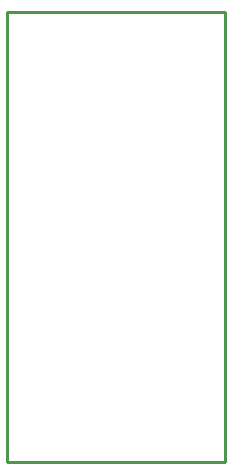
<source format=gbr>
G04 start of page 6 for group 4 idx 4 *
G04 Title: (unknown), outline *
G04 Creator: pcb 20110918 *
G04 CreationDate: Wed Nov 20 21:14:43 2013 UTC *
G04 For: fosse *
G04 Format: Gerber/RS-274X *
G04 PCB-Dimensions: 77000 162000 *
G04 PCB-Coordinate-Origin: lower left *
%MOIN*%
%FSLAX25Y25*%
%LNOUTLINE*%
%ADD51C,0.0100*%
G54D51*X1000Y161000D02*Y11000D01*
X73500D02*Y161000D01*
X1000D02*X73500D01*
X1000Y11000D02*X73500D01*
M02*

</source>
